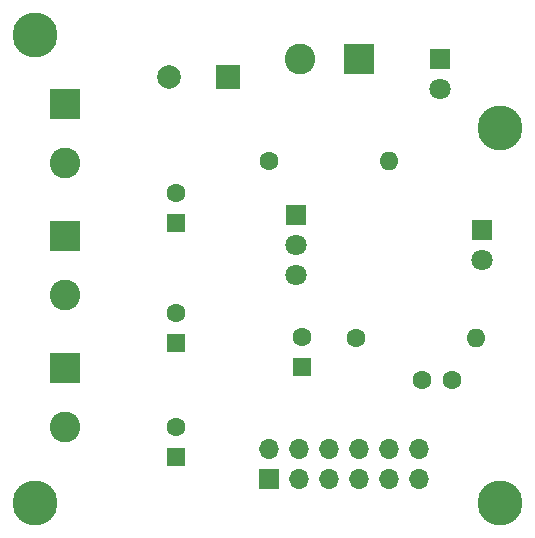
<source format=gbr>
%TF.GenerationSoftware,KiCad,Pcbnew,(6.0.6)*%
%TF.CreationDate,2022-09-23T17:59:27-07:00*%
%TF.ProjectId,POWER_BOARD,504f5745-525f-4424-9f41-52442e6b6963,rev?*%
%TF.SameCoordinates,Original*%
%TF.FileFunction,Soldermask,Bot*%
%TF.FilePolarity,Negative*%
%FSLAX46Y46*%
G04 Gerber Fmt 4.6, Leading zero omitted, Abs format (unit mm)*
G04 Created by KiCad (PCBNEW (6.0.6)) date 2022-09-23 17:59:27*
%MOMM*%
%LPD*%
G01*
G04 APERTURE LIST*
%ADD10R,1.700000X1.700000*%
%ADD11O,1.700000X1.700000*%
%ADD12C,3.800000*%
%ADD13C,2.600000*%
%ADD14R,2.600000X2.600000*%
%ADD15R,1.800000X1.800000*%
%ADD16C,1.800000*%
%ADD17C,1.600000*%
%ADD18O,1.600000X1.600000*%
%ADD19R,1.600000X1.600000*%
%ADD20R,2.000000X2.000000*%
%ADD21C,2.000000*%
G04 APERTURE END LIST*
D10*
%TO.C,J6*%
X69088000Y-93985000D03*
D11*
X69088000Y-91445000D03*
X71628000Y-93985000D03*
X71628000Y-91445000D03*
X74168000Y-93985000D03*
X74168000Y-91445000D03*
X76708000Y-93985000D03*
X76708000Y-91445000D03*
X79248000Y-93985000D03*
X79248000Y-91445000D03*
X81788000Y-93985000D03*
X81788000Y-91445000D03*
%TD*%
D12*
%TO.C,H4*%
X49276000Y-56388000D03*
%TD*%
%TO.C,H3*%
X49276000Y-96012000D03*
%TD*%
%TO.C,H2*%
X88646000Y-64262000D03*
%TD*%
%TO.C,H1*%
X88646000Y-96012000D03*
%TD*%
D13*
%TO.C,J3*%
X51765000Y-67270000D03*
D14*
X51765000Y-62270000D03*
%TD*%
D15*
%TO.C,U1*%
X71374000Y-71623000D03*
D16*
X71374000Y-74163000D03*
X71374000Y-76703000D03*
%TD*%
D17*
%TO.C,R2*%
X76454000Y-82042000D03*
D18*
X86614000Y-82042000D03*
%TD*%
D17*
%TO.C,R1*%
X69088000Y-67056000D03*
D18*
X79248000Y-67056000D03*
%TD*%
D13*
%TO.C,J4*%
X71708000Y-58420000D03*
D14*
X76708000Y-58420000D03*
%TD*%
D13*
%TO.C,J2*%
X51816000Y-89582000D03*
D14*
X51816000Y-84582000D03*
%TD*%
%TO.C,J1*%
X51816000Y-73406000D03*
D13*
X51816000Y-78406000D03*
%TD*%
D15*
%TO.C,D2*%
X87122000Y-72898000D03*
D16*
X87122000Y-75438000D03*
%TD*%
D15*
%TO.C,D1*%
X83566000Y-58415000D03*
D16*
X83566000Y-60955000D03*
%TD*%
D17*
%TO.C,C6*%
X82062000Y-85598000D03*
X84562000Y-85598000D03*
%TD*%
%TO.C,C5*%
X71882000Y-81994380D03*
D19*
X71882000Y-84494380D03*
%TD*%
D20*
%TO.C,C4*%
X65613677Y-59944000D03*
D21*
X60613677Y-59944000D03*
%TD*%
D19*
%TO.C,C3*%
X61214000Y-92114380D03*
D17*
X61214000Y-89614380D03*
%TD*%
%TO.C,C2*%
X61214000Y-79962380D03*
D19*
X61214000Y-82462380D03*
%TD*%
D17*
%TO.C,C1*%
X61214000Y-69802380D03*
D19*
X61214000Y-72302380D03*
%TD*%
M02*

</source>
